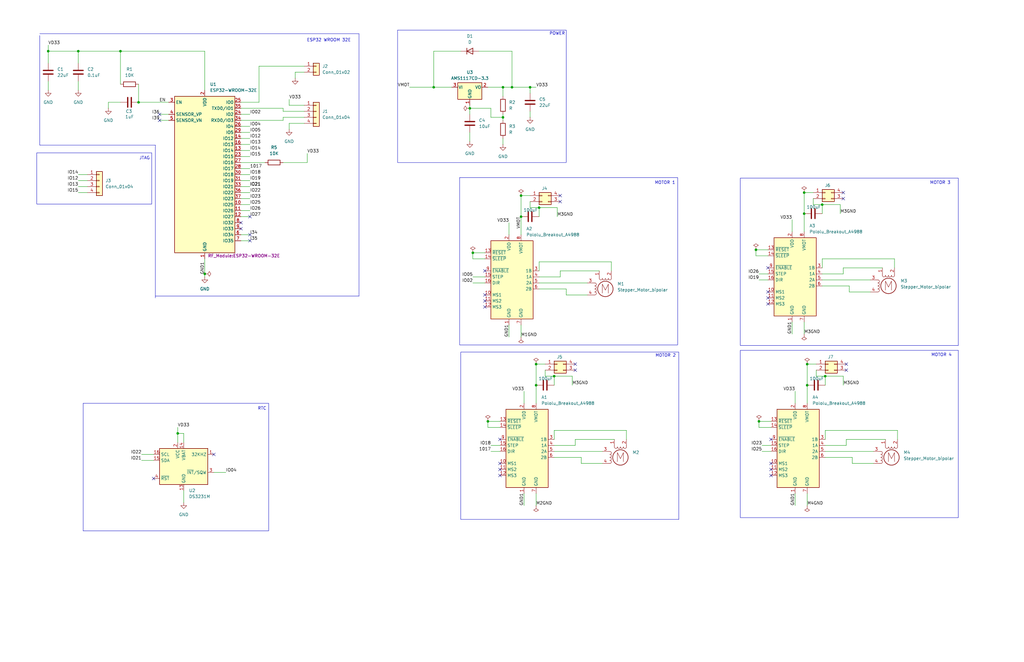
<source format=kicad_sch>
(kicad_sch (version 20231120) (generator "eeschema") (generator_version "8.0")
  (paper "B")
  (lib_symbols
    (symbol "Connector_Generic:Conn_01x02" (pin_names (offset 1.016) hide)
      (property "Reference" "J" (at 0 2.54 0))
      (property "Value" "Conn_01x02" (at 0 -5.08 0))
      (symbol "Conn_01x02_1_1"
        (rectangle (start -1.27 -2.413) (end 0 -2.667) (stroke (width 0.1524)))
        (rectangle (start -1.27 0.127) (end 0 -0.127) (stroke (width 0.1524)))
        (rectangle (start -1.27 1.27) (end 1.27 -3.81) (stroke (width 0.254)) (fill (type background)))
        (pin passive line (at -5.08 0 0) (length 3.81) (name "Pin_1") (number "1"))
        (pin passive line (at -5.08 -2.54 0) (length 3.81) (name "Pin_2") (number "2"))
      )
    )
    (symbol "Connector_Generic:Conn_01x04" (pin_names (offset 1.016) hide)
      (property "Reference" "J" (at 0 5.08 0))
      (property "Value" "Conn_01x04" (at 0 -7.62 0))
      (symbol "Conn_01x04_1_1"
        (rectangle (start -1.27 -4.953) (end 0 -5.207) (stroke (width 0.1524)))
        (rectangle (start -1.27 -2.413) (end 0 -2.667) (stroke (width 0.1524)))
        (rectangle (start -1.27 0.127) (end 0 -0.127) (stroke (width 0.1524)))
        (rectangle (start -1.27 2.667) (end 0 2.413) (stroke (width 0.1524)))
        (rectangle (start -1.27 3.81) (end 1.27 -6.35) (stroke (width 0.254)) (fill (type background)))
        (pin passive line (at -5.08 2.54 0) (length 3.81) (name "Pin_1") (number "1"))
        (pin passive line (at -5.08 0 0) (length 3.81) (name "Pin_2") (number "2"))
        (pin passive line (at -5.08 -2.54 0) (length 3.81) (name "Pin_3") (number "3"))
        (pin passive line (at -5.08 -5.08 0) (length 3.81) (name "Pin_4") (number "4"))
      )
    )
    (symbol "Connector_Generic:Conn_02x02_Counter_Clockwise" (pin_names (offset 1.016) hide)
      (property "Reference" "J" (at 1.27 2.54 0))
      (property "Value" "Conn_02x02_Counter_Clockwise" (at 1.27 -5.08 0))
      (symbol "Conn_02x02_Counter_Clockwise_1_1"
        (rectangle (start -1.27 -2.413) (end 0 -2.667) (stroke (width 0.1524)))
        (rectangle (start -1.27 0.127) (end 0 -0.127) (stroke (width 0.1524)))
        (rectangle (start -1.27 1.27) (end 3.81 -3.81) (stroke (width 0.254)) (fill (type background)))
        (rectangle (start 3.81 -2.413) (end 2.54 -2.667) (stroke (width 0.1524)))
        (rectangle (start 3.81 0.127) (end 2.54 -0.127) (stroke (width 0.1524)))
        (pin passive line (at -5.08 0 0) (length 3.81) (name "Pin_1") (number "1"))
        (pin passive line (at -5.08 -2.54 0) (length 3.81) (name "Pin_2") (number "2"))
        (pin passive line (at 7.62 -2.54 180) (length 3.81) (name "Pin_3") (number "3"))
        (pin passive line (at 7.62 0 180) (length 3.81) (name "Pin_4") (number "4"))
      )
    )
    (symbol "Device:C" (pin_numbers hide) (pin_names (offset 0.254))
      (property "Reference" "C" (at 0.635 2.54 0))
      (property "Value" "C" (at 0.635 -2.54 0))
      (symbol "C_0_1"
        (polyline (pts (xy -2.032 -0.762) (xy 2.032 -0.762)) (stroke (width 0.508)))
        (polyline (pts (xy -2.032 0.762) (xy 2.032 0.762)) (stroke (width 0.508)))
      )
      (symbol "C_1_1"
        (pin passive line (at 0 3.81 270) (length 2.794) (name "~") (number "1"))
        (pin passive line (at 0 -3.81 90) (length 2.794) (name "~") (number "2"))
      )
    )
    (symbol "Device:D" (pin_numbers hide) (pin_names (offset 1.016) hide)
      (property "Reference" "D" (at 0 2.54 0))
      (property "Value" "D" (at 0 -2.54 0))
      (symbol "D_0_1"
        (polyline (pts (xy -1.27 1.27) (xy -1.27 -1.27)) (stroke (width 0.254)))
        (polyline (pts (xy 1.27 0) (xy -1.27 0)))
        (polyline (pts (xy 1.27 1.27) (xy 1.27 -1.27) (xy -1.27 0) (xy 1.27 1.27)) (stroke (width 0.254)))
      )
      (symbol "D_1_1"
        (pin passive line (at -3.81 0 0) (length 2.54) (name "K") (number "1"))
        (pin passive line (at 3.81 0 180) (length 2.54) (name "A") (number "2"))
      )
    )
    (symbol "Device:R" (pin_numbers hide) (pin_names (offset 0))
      (property "Reference" "R" (at 2.032 0 90))
      (property "Value" "R" (at 0 0 90))
      (symbol "R_0_1"
        (rectangle (start -1.016 -2.54) (end 1.016 2.54) (stroke (width 0.254)))
      )
      (symbol "R_1_1"
        (pin passive line (at 0 3.81 270) (length 1.27) (name "~") (number "1"))
        (pin passive line (at 0 -3.81 90) (length 1.27) (name "~") (number "2"))
      )
    )
    (symbol "Driver_Motor:Pololu_Breakout_A4988"
      (property "Reference" "A" (at -2.54 19.05 0))
      (property "Value" "Pololu_Breakout_A4988" (at -2.54 16.51 0))
      (symbol "Pololu_Breakout_A4988_0_1"
        (rectangle (start 10.16 -17.78) (end -7.62 15.24) (stroke (width 0.254)) (fill (type background)))
      )
      (symbol "Pololu_Breakout_A4988_1_1"
        (pin power_in line (at 0 -20.32 90) (length 2.54) (name "GND") (number "1"))
        (pin input line (at -10.16 -7.62 0) (length 2.54) (name "MS1") (number "10"))
        (pin input line (at -10.16 -10.16 0) (length 2.54) (name "MS2") (number "11"))
        (pin input line (at -10.16 -12.7 0) (length 2.54) (name "MS3") (number "12"))
        (pin input line (at -10.16 10.16 0) (length 2.54) (name "~{RESET}") (number "13"))
        (pin input line (at -10.16 7.62 0) (length 2.54) (name "~{SLEEP}") (number "14"))
        (pin input line (at -10.16 0 0) (length 2.54) (name "STEP") (number "15"))
        (pin input line (at -10.16 -2.54 0) (length 2.54) (name "DIR") (number "16"))
        (pin power_in line (at 0 17.78 270) (length 2.54) (name "VDD") (number "2"))
        (pin output line (at 12.7 2.54 180) (length 2.54) (name "1B") (number "3"))
        (pin output line (at 12.7 0 180) (length 2.54) (name "1A") (number "4"))
        (pin output line (at 12.7 -2.54 180) (length 2.54) (name "2A") (number "5"))
        (pin output line (at 12.7 -5.08 180) (length 2.54) (name "2B") (number "6"))
        (pin power_in line (at 5.08 -20.32 90) (length 2.54) (name "GND") (number "7"))
        (pin power_in line (at 5.08 17.78 270) (length 2.54) (name "VMOT") (number "8"))
        (pin input line (at -10.16 2.54 0) (length 2.54) (name "~{ENABLE}") (number "9"))
      )
    )
    (symbol "Motor:Stepper_Motor_bipolar" (pin_names (offset 0) hide)
      (property "Reference" "M" (at 3.81 2.54 0))
      (property "Value" "Stepper_Motor_bipolar" (at 3.81 1.27 0))
      (symbol "Stepper_Motor_bipolar_0_0"
        (polyline (pts (xy -1.27 -1.778) (xy -1.27 2.032) (xy 0 -0.508) (xy 1.27 2.032) (xy 1.27 -1.778)))
      )
      (symbol "Stepper_Motor_bipolar_0_1"
        (arc (start -4.445 -2.54) (mid -3.8127 -1.905) (end -4.445 -1.27))
        (arc (start -4.445 -1.27) (mid -3.8127 -0.635) (end -4.445 0))
        (arc (start -4.445 0) (mid -3.8127 0.635) (end -4.445 1.27))
        (arc (start -4.445 1.27) (mid -3.8127 1.905) (end -4.445 2.54))
        (arc (start -2.54 4.445) (mid -1.905 3.8127) (end -1.27 4.445))
        (arc (start -1.27 4.445) (mid -0.635 3.8127) (end 0 4.445))
        (polyline (pts (xy -5.08 -2.54) (xy -4.445 -2.54)))
        (polyline (pts (xy -5.08 2.54) (xy -4.445 2.54)))
        (polyline (pts (xy -2.54 5.08) (xy -2.54 4.445)))
        (polyline (pts (xy 2.54 5.08) (xy 2.54 4.445)))
        (circle (center 0 0) (radius 3.2512) (stroke (width 0.254)))
        (arc (start 0 4.445) (mid 0.635 3.8127) (end 1.27 4.445))
        (arc (start 1.27 4.445) (mid 1.905 3.8127) (end 2.54 4.445))
      )
      (symbol "Stepper_Motor_bipolar_1_1"
        (pin passive line (at -2.54 7.62 270) (length 2.54) (name "~") (number "1"))
        (pin passive line (at 2.54 7.62 270) (length 2.54) (name "-") (number "2"))
        (pin passive line (at -7.62 2.54 0) (length 2.54) (name "~") (number "3"))
        (pin passive line (at -7.62 -2.54 0) (length 2.54) (name "~") (number "4"))
      )
    )
    (symbol "RF_Module:ESP32-WROOM-32E"
      (property "Reference" "U" (at -12.7 34.29 0))
      (property "Value" "ESP32-WROOM-32E" (at 1.27 34.29 0))
      (symbol "ESP32-WROOM-32E_0_1"
        (rectangle (start -12.7 33.02) (end 12.7 -33.02) (stroke (width 0.254)) (fill (type background)))
      )
      (symbol "ESP32-WROOM-32E_1_1"
        (pin power_in line (at 0 -35.56 90) (length 2.54) (name "GND") (number "1"))
        (pin bidirectional line (at 15.24 -12.7 180) (length 2.54) (name "IO25") (number "10"))
        (pin bidirectional line (at 15.24 -15.24 180) (length 2.54) (name "IO26") (number "11"))
        (pin bidirectional line (at 15.24 -17.78 180) (length 2.54) (name "IO27") (number "12"))
        (pin bidirectional line (at 15.24 10.16 180) (length 2.54) (name "IO14") (number "13"))
        (pin bidirectional line (at 15.24 15.24 180) (length 2.54) (name "IO12") (number "14"))
        (pin passive line (at 0 -35.56 90) (length 2.54) hide (name "GND") (number "15"))
        (pin bidirectional line (at 15.24 12.7 180) (length 2.54) (name "IO13") (number "16"))
        (pin no_connect line (at -12.7 -5.08 0) (length 2.54) hide (name "NC") (number "17"))
        (pin no_connect line (at -12.7 -7.62 0) (length 2.54) hide (name "NC") (number "18"))
        (pin no_connect line (at -12.7 -12.7 0) (length 2.54) hide (name "NC") (number "19"))
        (pin power_in line (at 0 35.56 270) (length 2.54) (name "VDD") (number "2"))
        (pin no_connect line (at -12.7 -10.16 0) (length 2.54) hide (name "NC") (number "20"))
        (pin no_connect line (at -12.7 0 0) (length 2.54) hide (name "NC") (number "21"))
        (pin no_connect line (at -12.7 -2.54 0) (length 2.54) hide (name "NC") (number "22"))
        (pin bidirectional line (at 15.24 7.62 180) (length 2.54) (name "IO15") (number "23"))
        (pin bidirectional line (at 15.24 25.4 180) (length 2.54) (name "IO2") (number "24"))
        (pin bidirectional line (at 15.24 30.48 180) (length 2.54) (name "IO0") (number "25"))
        (pin bidirectional line (at 15.24 20.32 180) (length 2.54) (name "IO4") (number "26"))
        (pin bidirectional line (at 15.24 5.08 180) (length 2.54) (name "IO16") (number "27"))
        (pin bidirectional line (at 15.24 2.54 180) (length 2.54) (name "IO17") (number "28"))
        (pin bidirectional line (at 15.24 17.78 180) (length 2.54) (name "IO5") (number "29"))
        (pin input line (at -15.24 30.48 0) (length 2.54) (name "EN") (number "3"))
        (pin bidirectional line (at 15.24 0 180) (length 2.54) (name "IO18") (number "30"))
        (pin bidirectional line (at 15.24 -2.54 180) (length 2.54) (name "IO19") (number "31"))
        (pin no_connect line (at -12.7 -27.94 0) (length 2.54) hide (name "NC") (number "32"))
        (pin bidirectional line (at 15.24 -5.08 180) (length 2.54) (name "IO21") (number "33"))
        (pin bidirectional line (at 15.24 22.86 180) (length 2.54) (name "RXD0/IO3") (number "34"))
        (pin bidirectional line (at 15.24 27.94 180) (length 2.54) (name "TXD0/IO1") (number "35"))
        (pin bidirectional line (at 15.24 -7.62 180) (length 2.54) (name "IO22") (number "36"))
        (pin bidirectional line (at 15.24 -10.16 180) (length 2.54) (name "IO23") (number "37"))
        (pin passive line (at 0 -35.56 90) (length 2.54) hide (name "GND") (number "38"))
        (pin passive line (at 0 -35.56 90) (length 2.54) hide (name "GND") (number "39"))
        (pin input line (at -15.24 25.4 0) (length 2.54) (name "SENSOR_VP") (number "4"))
        (pin input line (at -15.24 22.86 0) (length 2.54) (name "SENSOR_VN") (number "5"))
        (pin input line (at 15.24 -25.4 180) (length 2.54) (name "IO34") (number "6"))
        (pin input line (at 15.24 -27.94 180) (length 2.54) (name "IO35") (number "7"))
        (pin bidirectional line (at 15.24 -20.32 180) (length 2.54) (name "IO32") (number "8"))
        (pin bidirectional line (at 15.24 -22.86 180) (length 2.54) (name "IO33") (number "9"))
      )
    )
    (symbol "Regulator_Linear:AMS1117CD-3.3" (pin_names (offset 0.254))
      (property "Reference" "U" (at -3.81 3.175 0))
      (property "Value" "AMS1117CD-3.3" (at 0 3.175 0))
      (symbol "AMS1117CD-3.3_0_1"
        (rectangle (start -5.08 -5.08) (end 5.08 1.905) (stroke (width 0.254)) (fill (type background)))
      )
      (symbol "AMS1117CD-3.3_1_1"
        (pin power_in line (at 0 -7.62 90) (length 2.54) (name "GND") (number "1"))
        (pin power_out line (at 7.62 0 180) (length 2.54) (name "VO") (number "2"))
        (pin power_in line (at -7.62 0 0) (length 2.54) (name "VI") (number "3"))
      )
    )
    (symbol "Timer_RTC:DS3231M"
      (property "Reference" "U" (at -7.62 8.89 0))
      (property "Value" "DS3231M" (at 10.16 8.89 0))
      (symbol "DS3231M_0_1"
        (rectangle (start -10.16 7.62) (end 10.16 -7.62) (stroke (width 0.254)) (fill (type background)))
      )
      (symbol "DS3231M_1_1"
        (pin open_collector line (at 12.7 5.08 180) (length 2.54) (name "32KHZ") (number "1"))
        (pin passive line (at 0 -10.16 90) (length 2.54) hide (name "GND") (number "10"))
        (pin passive line (at 0 -10.16 90) (length 2.54) hide (name "GND") (number "11"))
        (pin passive line (at 0 -10.16 90) (length 2.54) hide (name "GND") (number "12"))
        (pin power_in line (at 0 -10.16 90) (length 2.54) (name "GND") (number "13"))
        (pin power_in line (at 0 10.16 270) (length 2.54) (name "VBAT") (number "14"))
        (pin bidirectional line (at -12.7 2.54 0) (length 2.54) (name "SDA") (number "15"))
        (pin input line (at -12.7 5.08 0) (length 2.54) (name "SCL") (number "16"))
        (pin power_in line (at -2.54 10.16 270) (length 2.54) (name "VCC") (number "2"))
        (pin open_collector line (at 12.7 -2.54 180) (length 2.54) (name "~{INT}/SQW") (number "3"))
        (pin bidirectional line (at -12.7 -5.08 0) (length 2.54) (name "~{RST}") (number "4"))
        (pin passive line (at 0 -10.16 90) (length 2.54) hide (name "GND") (number "5"))
        (pin passive line (at 0 -10.16 90) (length 2.54) hide (name "GND") (number "6"))
        (pin passive line (at 0 -10.16 90) (length 2.54) hide (name "GND") (number "7"))
        (pin passive line (at 0 -10.16 90) (length 2.54) hide (name "GND") (number "8"))
        (pin passive line (at 0 -10.16 90) (length 2.54) hide (name "GND") (number "9"))
      )
    )
    (symbol "power:GND" (power) (pin_numbers hide) (pin_names (offset 0) hide)
      (property "Value" "GND" (at 0 -3.81 0))
      (symbol "GND_0_1"
        (polyline (pts (xy 0 0) (xy 0 -1.27) (xy 1.27 -1.27) (xy 0 -2.54) (xy -1.27 -1.27) (xy 0 -1.27)))
      )
      (symbol "GND_1_1"
        (pin power_in line (at 0 0 270) (length 0) (name "~") (number "1"))
      )
    )
    (symbol "power:PWR_FLAG" (power) (pin_numbers hide) (pin_names (offset 0) hide)
      (property "Value" "PWR_FLAG" (at 0 3.81 0))
      (symbol "PWR_FLAG_0_0"
        (pin power_out line (at 0 0 90) (length 0) (name "~") (number "1"))
      )
      (symbol "PWR_FLAG_0_1"
        (polyline (pts (xy 0 0) (xy 0 1.27) (xy -1.016 1.905) (xy 0 2.54) (xy 1.016 1.905) (xy 0 1.27)))
      )
    )
  )
  (junction (at 199.39 106.68))
  (junction (at 50.8 21.59))
  (junction (at 20.32 21.59))
  (junction (at 215.9 36.83))
  (junction (at 226.06 153.67))
  (junction (at 212.09 36.83))
  (junction (at 58.42 43.18))
  (junction (at 340.36 162.56))
  (junction (at 233.68 158.75))
  (junction (at 219.71 82.55))
  (junction (at 198.12 45.72))
  (junction (at 205.74 177.8))
  (junction (at 33.02 21.59))
  (junction (at 347.98 158.75))
  (junction (at 318.77 105.41))
  (junction (at 346.71 86.36))
  (junction (at 226.06 162.56))
  (junction (at 340.36 153.67))
  (junction (at 223.52 36.83))
  (junction (at 339.09 81.28))
  (junction (at 74.93 182.88))
  (junction (at 212.09 49.53))
  (junction (at 320.04 177.8))
  (junction (at 182.88 36.83))
  (junction (at 219.71 91.44))
  (junction (at 339.09 90.17))
  (junction (at 227.33 87.63))
  (junction (at 86.36 115.57))
  (no_connect (at 355.6 83.82))
  (no_connect (at 67.31 50.8))
  (no_connect (at 356.87 153.67))
  (no_connect (at 323.85 113.03))
  (no_connect (at 325.12 195.58))
  (no_connect (at 105.41 91.44))
  (no_connect (at 325.12 198.12))
  (no_connect (at 204.47 114.3))
  (no_connect (at 210.82 185.42))
  (no_connect (at 323.85 125.73))
  (no_connect (at 204.47 127))
  (no_connect (at 105.41 99.06))
  (no_connect (at 236.22 85.09))
  (no_connect (at 325.12 200.66))
  (no_connect (at 323.85 128.27))
  (no_connect (at 64.77 201.93))
  (no_connect (at 210.82 200.66))
  (no_connect (at 90.17 191.77))
  (no_connect (at 242.57 156.21))
  (no_connect (at 236.22 82.55))
  (no_connect (at 323.85 123.19))
  (no_connect (at 210.82 195.58))
  (no_connect (at 204.47 129.54))
  (no_connect (at 204.47 124.46))
  (no_connect (at 101.6 93.98))
  (no_connect (at 105.41 101.6))
  (no_connect (at 242.57 153.67))
  (no_connect (at 101.6 96.52))
  (no_connect (at 67.31 48.26))
  (no_connect (at 325.12 185.42))
  (no_connect (at 355.6 81.28))
  (no_connect (at 210.82 198.12))
  (no_connect (at 356.87 156.21))
  (wire (pts (xy 74.93 180.34) (xy 74.93 182.88)))
  (wire (pts (xy 198.12 44.45) (xy 198.12 45.72)))
  (wire (pts (xy 339.09 135.89) (xy 339.09 140.97)))
  (wire (pts (xy 233.68 187.96) (xy 242.57 187.96)))
  (wire (pts (xy 86.36 109.22) (xy 86.36 115.57)))
  (wire (pts (xy 346.71 118.11) (xy 367.03 118.11)))
  (wire (pts (xy 223.52 36.83) (xy 223.52 39.37)))
  (wire (pts (xy 201.93 21.59) (xy 215.9 21.59)))
  (wire (pts (xy 182.88 36.83) (xy 190.5 36.83)))
  (wire (pts (xy 233.68 158.75) (xy 233.68 162.56)))
  (wire (pts (xy 199.39 119.38) (xy 204.47 119.38)))
  (wire (pts (xy 212.09 36.83) (xy 215.9 36.83)))
  (wire (pts (xy 318.77 105.41) (xy 323.85 105.41)))
  (wire (pts (xy 334.01 92.71) (xy 334.01 97.79)))
  (wire (pts (xy 356.87 185.42) (xy 373.38 185.42)))
  (wire (pts (xy 236.22 114.3) (xy 252.73 114.3)))
  (wire (pts (xy 325.12 180.34) (xy 320.04 180.34)))
  (wire (pts (xy 129.54 64.77) (xy 129.54 68.58)))
  (wire (pts (xy 346.71 120.65) (xy 358.14 120.65)))
  (wire (pts (xy 101.6 63.5) (xy 105.41 63.5)))
  (wire (pts (xy 119.38 49.53) (xy 119.38 50.8)))
  (wire (pts (xy 33.02 34.29) (xy 33.02 38.1)))
  (wire (pts (xy 227.33 87.63) (xy 227.33 91.44)))
  (wire (pts (xy 346.71 86.36) (xy 346.71 90.17)))
  (wire (pts (xy 347.98 193.04) (xy 359.41 193.04)))
  (wire (pts (xy 233.68 193.04) (xy 245.11 193.04)))
  (wire (pts (xy 340.36 170.18) (xy 340.36 162.56)))
  (wire (pts (xy 124.46 30.48) (xy 124.46 33.02)))
  (wire (pts (xy 33.02 21.59) (xy 33.02 26.67)))
  (wire (pts (xy 36.83 78.74) (xy 33.02 78.74)))
  (wire (pts (xy 121.92 41.91) (xy 121.92 44.45)))
  (wire (pts (xy 325.12 190.5) (xy 321.31 190.5)))
  (wire (pts (xy 346.71 115.57) (xy 355.6 115.57)))
  (wire (pts (xy 205.74 36.83) (xy 212.09 36.83)))
  (wire (pts (xy 212.09 49.53) (xy 212.09 50.8)))
  (wire (pts (xy 233.68 158.75) (xy 241.3 158.75)))
  (polyline (pts (xy 16.764 61.214) (xy 16.764 14.986)))
  (wire (pts (xy 227.33 119.38) (xy 247.65 119.38)))
  (wire (pts (xy 356.87 187.96) (xy 356.87 185.42)))
  (wire (pts (xy 210.82 190.5) (xy 207.01 190.5)))
  (wire (pts (xy 339.09 97.79) (xy 339.09 90.17)))
  (wire (pts (xy 229.87 158.75) (xy 233.68 158.75)))
  (wire (pts (xy 233.68 190.5) (xy 254 190.5)))
  (wire (pts (xy 198.12 45.72) (xy 207.01 45.72)))
  (polyline (pts (xy 151.384 124.968) (xy 65.532 124.968)))
  (wire (pts (xy 355.6 115.57) (xy 355.6 113.03)))
  (wire (pts (xy 194.31 21.59) (xy 182.88 21.59)))
  (wire (pts (xy 101.6 73.66) (xy 105.41 73.66)))
  (wire (pts (xy 320.04 180.34) (xy 320.04 177.8)))
  (wire (pts (xy 223.52 87.63) (xy 227.33 87.63)))
  (wire (pts (xy 101.6 53.34) (xy 105.41 53.34)))
  (wire (pts (xy 323.85 118.11) (xy 320.04 118.11)))
  (wire (pts (xy 20.32 34.29) (xy 20.32 38.1)))
  (wire (pts (xy 347.98 158.75) (xy 355.6 158.75)))
  (wire (pts (xy 59.69 194.31) (xy 64.77 194.31)))
  (wire (pts (xy 214.63 137.16) (xy 214.63 142.24)))
  (wire (pts (xy 58.42 35.56) (xy 58.42 43.18)))
  (wire (pts (xy 238.76 121.92) (xy 238.76 124.46)))
  (wire (pts (xy 210.82 187.96) (xy 207.01 187.96)))
  (wire (pts (xy 182.88 21.59) (xy 182.88 36.83)))
  (wire (pts (xy 325.12 187.96) (xy 321.31 187.96)))
  (wire (pts (xy 124.46 30.48) (xy 128.27 30.48)))
  (wire (pts (xy 101.6 48.26) (xy 105.41 48.26)))
  (wire (pts (xy 119.38 45.72) (xy 119.38 46.99)))
  (wire (pts (xy 220.98 165.1) (xy 220.98 170.18)))
  (wire (pts (xy 226.06 162.56) (xy 226.06 153.67)))
  (wire (pts (xy 334.01 135.89) (xy 334.01 140.97)))
  (wire (pts (xy 219.71 91.44) (xy 219.71 82.55)))
  (wire (pts (xy 347.98 158.75) (xy 347.98 162.56)))
  (wire (pts (xy 227.33 116.84) (xy 236.22 116.84)))
  (wire (pts (xy 342.9 83.82) (xy 342.9 86.36)))
  (wire (pts (xy 205.74 180.34) (xy 205.74 177.8)))
  (wire (pts (xy 204.47 109.22) (xy 199.39 109.22)))
  (wire (pts (xy 20.32 21.59) (xy 20.32 26.67)))
  (wire (pts (xy 344.17 158.75) (xy 347.98 158.75)))
  (wire (pts (xy 198.12 55.88) (xy 198.12 59.69)))
  (wire (pts (xy 109.22 43.18) (xy 101.6 43.18)))
  (wire (pts (xy 323.85 107.95) (xy 318.77 107.95)))
  (wire (pts (xy 323.85 115.57) (xy 320.04 115.57)))
  (wire (pts (xy 101.6 76.2) (xy 105.41 76.2)))
  (wire (pts (xy 77.47 207.01) (xy 77.47 212.09)))
  (wire (pts (xy 245.11 195.58) (xy 254 195.58)))
  (wire (pts (xy 241.3 158.75) (xy 241.3 162.56)))
  (wire (pts (xy 335.28 208.28) (xy 335.28 213.36)))
  (wire (pts (xy 223.52 36.83) (xy 226.06 36.83)))
  (wire (pts (xy 59.69 191.77) (xy 64.77 191.77)))
  (wire (pts (xy 223.52 85.09) (xy 223.52 87.63)))
  (wire (pts (xy 226.06 208.28) (xy 226.06 213.36)))
  (wire (pts (xy 199.39 116.84) (xy 204.47 116.84)))
  (wire (pts (xy 101.6 45.72) (xy 119.38 45.72)))
  (wire (pts (xy 101.6 99.06) (xy 105.41 99.06)))
  (wire (pts (xy 346.71 113.03) (xy 346.71 109.22)))
  (wire (pts (xy 101.6 86.36) (xy 105.41 86.36)))
  (wire (pts (xy 340.36 162.56) (xy 340.36 153.67)))
  (wire (pts (xy 354.33 86.36) (xy 354.33 90.17)))
  (wire (pts (xy 33.02 21.59) (xy 20.32 21.59)))
  (wire (pts (xy 101.6 60.96) (xy 105.41 60.96)))
  (wire (pts (xy 207.01 49.53) (xy 212.09 49.53)))
  (wire (pts (xy 215.9 36.83) (xy 223.52 36.83)))
  (wire (pts (xy 358.14 123.19) (xy 367.03 123.19)))
  (wire (pts (xy 320.04 177.8) (xy 325.12 177.8)))
  (wire (pts (xy 227.33 121.92) (xy 238.76 121.92)))
  (wire (pts (xy 242.57 187.96) (xy 242.57 185.42)))
  (wire (pts (xy 347.98 185.42) (xy 347.98 181.61)))
  (wire (pts (xy 101.6 88.9) (xy 105.41 88.9)))
  (wire (pts (xy 257.81 110.49) (xy 257.81 114.3)))
  (polyline (pts (xy 16.764 61.214) (xy 17.018 61.214)))
  (wire (pts (xy 20.32 19.05) (xy 20.32 21.59)))
  (wire (pts (xy 67.31 48.26) (xy 71.12 48.26)))
  (wire (pts (xy 36.83 81.28) (xy 33.02 81.28)))
  (wire (pts (xy 346.71 86.36) (xy 354.33 86.36)))
  (wire (pts (xy 340.36 208.28) (xy 340.36 213.36)))
  (wire (pts (xy 212.09 58.42) (xy 212.09 60.96)))
  (wire (pts (xy 226.06 153.67) (xy 229.87 153.67)))
  (wire (pts (xy 227.33 110.49) (xy 257.81 110.49)))
  (wire (pts (xy 101.6 58.42) (xy 105.41 58.42)))
  (wire (pts (xy 101.6 83.82) (xy 105.41 83.82)))
  (wire (pts (xy 86.36 115.57) (xy 86.36 116.84)))
  (wire (pts (xy 128.27 52.07) (xy 121.92 52.07)))
  (polyline (pts (xy 151.384 14.224) (xy 151.384 124.968)))
  (wire (pts (xy 101.6 66.04) (xy 105.41 66.04)))
  (wire (pts (xy 245.11 193.04) (xy 245.11 195.58)))
  (wire (pts (xy 199.39 109.22) (xy 199.39 106.68)))
  (wire (pts (xy 339.09 90.17) (xy 339.09 81.28)))
  (wire (pts (xy 33.02 21.59) (xy 50.8 21.59)))
  (wire (pts (xy 207.01 45.72) (xy 207.01 49.53)))
  (wire (pts (xy 229.87 156.21) (xy 229.87 158.75)))
  (wire (pts (xy 355.6 158.75) (xy 355.6 162.56)))
  (wire (pts (xy 318.77 107.95) (xy 318.77 105.41)))
  (wire (pts (xy 101.6 68.58) (xy 111.76 68.58)))
  (wire (pts (xy 45.72 45.72) (xy 45.72 43.18)))
  (polyline (pts (xy 17.018 61.214) (xy 65.532 61.214)))
  (polyline (pts (xy 65.532 125.73) (xy 65.532 61.214)))
  (wire (pts (xy 212.09 48.26) (xy 212.09 49.53)))
  (wire (pts (xy 212.09 36.83) (xy 212.09 40.64)))
  (wire (pts (xy 233.68 185.42) (xy 233.68 181.61)))
  (wire (pts (xy 227.33 114.3) (xy 227.33 110.49)))
  (wire (pts (xy 101.6 55.88) (xy 105.41 55.88)))
  (wire (pts (xy 119.38 68.58) (xy 129.54 68.58)))
  (wire (pts (xy 50.8 21.59) (xy 86.36 21.59)))
  (wire (pts (xy 242.57 185.42) (xy 259.08 185.42)))
  (wire (pts (xy 101.6 71.12) (xy 105.41 71.12)))
  (wire (pts (xy 45.72 43.18) (xy 50.8 43.18)))
  (wire (pts (xy 347.98 190.5) (xy 368.3 190.5)))
  (wire (pts (xy 50.8 35.56) (xy 50.8 21.59)))
  (wire (pts (xy 355.6 113.03) (xy 372.11 113.03)))
  (wire (pts (xy 210.82 180.34) (xy 205.74 180.34)))
  (wire (pts (xy 234.95 87.63) (xy 234.95 91.44)))
  (wire (pts (xy 121.92 52.07) (xy 121.92 54.61)))
  (wire (pts (xy 101.6 81.28) (xy 105.41 81.28)))
  (wire (pts (xy 264.16 181.61) (xy 264.16 185.42)))
  (wire (pts (xy 226.06 170.18) (xy 226.06 162.56)))
  (wire (pts (xy 220.98 208.28) (xy 220.98 213.36)))
  (wire (pts (xy 227.33 87.63) (xy 234.95 87.63)))
  (wire (pts (xy 77.47 182.88) (xy 77.47 186.69)))
  (wire (pts (xy 205.74 177.8) (xy 210.82 177.8)))
  (wire (pts (xy 347.98 187.96) (xy 356.87 187.96)))
  (wire (pts (xy 377.19 109.22) (xy 377.19 113.03)))
  (wire (pts (xy 340.36 153.67) (xy 344.17 153.67)))
  (wire (pts (xy 67.31 50.8) (xy 71.12 50.8)))
  (wire (pts (xy 344.17 156.21) (xy 344.17 158.75)))
  (wire (pts (xy 128.27 44.45) (xy 121.92 44.45)))
  (wire (pts (xy 219.71 82.55) (xy 223.52 82.55)))
  (wire (pts (xy 214.63 93.98) (xy 214.63 99.06)))
  (polyline (pts (xy 16.764 14.224) (xy 151.384 14.224)))
  (wire (pts (xy 233.68 181.61) (xy 264.16 181.61)))
  (wire (pts (xy 86.36 38.1) (xy 86.36 21.59)))
  (wire (pts (xy 58.42 43.18) (xy 71.12 43.18)))
  (wire (pts (xy 90.17 199.39) (xy 95.25 199.39)))
  (wire (pts (xy 339.09 81.28) (xy 342.9 81.28)))
  (wire (pts (xy 238.76 124.46) (xy 247.65 124.46)))
  (wire (pts (xy 74.93 182.88) (xy 74.93 186.69)))
  (wire (pts (xy 128.27 27.94) (xy 109.22 27.94)))
  (wire (pts (xy 101.6 50.8) (xy 119.38 50.8)))
  (wire (pts (xy 359.41 193.04) (xy 359.41 195.58)))
  (wire (pts (xy 36.83 76.2) (xy 33.02 76.2)))
  (wire (pts (xy 236.22 116.84) (xy 236.22 114.3)))
  (wire (pts (xy 378.46 181.61) (xy 378.46 185.42)))
  (wire (pts (xy 74.93 182.88) (xy 77.47 182.88)))
  (wire (pts (xy 36.83 73.66) (xy 33.02 73.66)))
  (wire (pts (xy 215.9 21.59) (xy 215.9 36.83)))
  (wire (pts (xy 101.6 78.74) (xy 105.41 78.74)))
  (wire (pts (xy 347.98 181.61) (xy 378.46 181.61)))
  (wire (pts (xy 101.6 101.6) (xy 105.41 101.6)))
  (wire (pts (xy 223.52 46.99) (xy 223.52 49.53)))
  (wire (pts (xy 199.39 106.68) (xy 204.47 106.68)))
  (wire (pts (xy 219.71 99.06) (xy 219.71 91.44)))
  (wire (pts (xy 359.41 195.58) (xy 368.3 195.58)))
  (wire (pts (xy 128.27 49.53) (xy 119.38 49.53)))
  (wire (pts (xy 346.71 109.22) (xy 377.19 109.22)))
  (wire (pts (xy 219.71 137.16) (xy 219.71 142.24)))
  (wire (pts (xy 119.38 46.99) (xy 128.27 46.99)))
  (wire (pts (xy 342.9 86.36) (xy 346.71 86.36)))
  (wire (pts (xy 101.6 91.44) (xy 105.41 91.44)))
  (wire (pts (xy 358.14 120.65) (xy 358.14 123.19)))
  (wire (pts (xy 198.12 45.72) (xy 198.12 48.26)))
  (wire (pts (xy 172.72 36.83) (xy 182.88 36.83)))
  (wire (pts (xy 335.28 165.1) (xy 335.28 170.18)))
  (wire (pts (xy 109.22 27.94) (xy 109.22 43.18)))
  (rectangle (start 312.166 147.828) (end 404.114 218.44))
  (rectangle (start 193.802 74.93) (end 285.75 145.542))
  (rectangle (start 167.64 12.7) (end 238.76 68.58))
  (rectangle (start 15.494 64.516) (end 64.008 86.106))
  (rectangle (start 312.166 75.184) (end 404.114 145.796))
  (rectangle (start 194.31 148.59) (end 286.258 219.202))
  (rectangle (start 35.052 170.18) (end 113.284 224.028))
  (text "MOTOR 1\n" (at 280.416 77.216 0) (effects (font (size 1.27 1.27))))
  (text "MOTOR 2\n\n" (at 280.67 151.13 0) (effects (font (size 1.27 1.27))))
  (text "MOTOR 4\n\n" (at 397.002 150.876 0) (effects (font (size 1.27 1.27))))
  (text "ESP32 WROOM 32E\n" (at 138.684 17.018 0) (effects (font (size 1.27 1.27))))
  (text "POWER\n" (at 234.95 14.224 0) (effects (font (size 1.27 1.27))))
  (text "RTC\n" (at 110.49 172.466 0) (effects (font (size 1.27 1.27))))
  (text "JTAG" (at 60.96 66.802 0) (effects (font (size 1.27 1.27))))
  (text "MOTOR 3\n\n" (at 396.494 78.232 0) (effects (font (size 1.27 1.27))))
  (label "IO21" (at 105.41 78.74 0))
  (label "M4GND" (at 340.36 213.36 0))
  (label "IO23" (at 105.41 83.82 0))
  (label "VMOT" (at 172.72 36.83 180))
  (label "M3GND" (at 241.3 162.56 0))
  (label "M1GND" (at 219.71 142.24 0))
  (label "M3GND" (at 234.95 91.44 0))
  (label "M3GND" (at 354.33 90.17 0))
  (label "VD33" (at 20.32 19.05 0))
  (label "IO26" (at 320.04 115.57 180))
  (label "IO04" (at 95.25 199.39 0))
  (label "IO02" (at 199.39 119.38 180))
  (label "VD33" (at 129.54 64.77 0))
  (label "I35" (at 105.41 101.6 0))
  (label "IO23" (at 321.31 187.96 180))
  (label "IO26" (at 105.41 88.9 0))
  (label "1017" (at 207.01 190.5 180))
  (label "IO05" (at 199.39 116.84 180))
  (label "GND1" (at 334.01 140.97 90))
  (label "IO19" (at 320.04 118.11 180))
  (label "IO18" (at 207.01 187.96 180))
  (label "IO21" (at 105.41 78.74 0))
  (label "IO19" (at 105.41 76.2 0))
  (label "VD33" (at 226.06 36.83 0))
  (label "M2GND" (at 226.06 213.36 0))
  (label "IO15" (at 105.41 66.04 0))
  (label "M3GND" (at 339.09 140.97 0))
  (label "IO04" (at 105.41 53.34 0))
  (label "I34" (at 105.41 99.06 0))
  (label "IO12" (at 105.41 58.42 0))
  (label "I39" (at 67.31 50.8 180))
  (label "IO13" (at 105.41 60.96 0))
  (label "IO05" (at 105.41 55.88 0))
  (label "IO25" (at 105.41 86.36 0))
  (label "VMOT" (at 219.71 96.52 90))
  (label "IO14" (at 105.41 63.5 0))
  (label "EN" (at 69.85 43.18 180))
  (label "IO14" (at 33.02 73.66 180))
  (label "1017" (at 105.41 71.12 0))
  (label "VD33" (at 74.93 180.34 0))
  (label "GND1" (at 86.36 110.49 270))
  (label "IO12" (at 33.02 76.2 180))
  (label "M3GND" (at 355.6 162.56 0))
  (label "IO02" (at 105.41 48.26 0))
  (label "VD33" (at 214.63 93.98 180))
  (label "VD33" (at 335.28 165.1 180))
  (label "IO25" (at 321.31 190.5 180))
  (label "IO22" (at 59.69 191.77 180))
  (label "IO22" (at 105.41 81.28 0))
  (label "IO15" (at 33.02 81.28 180))
  (label "IO21" (at 59.69 194.31 180))
  (label "GND1" (at 214.63 142.24 90))
  (label "VD33" (at 334.01 92.71 180))
  (label "GND1" (at 335.28 213.36 90))
  (label "IO13" (at 33.02 78.74 180))
  (label "IO27" (at 105.41 91.44 0))
  (label "VD33" (at 121.92 41.91 0))
  (label "IO18" (at 105.41 73.66 0))
  (label "GND1" (at 220.98 213.36 90))
  (label "I36" (at 67.31 48.26 180))
  (label "VD33" (at 220.98 165.1 180))
  (symbol (lib_id "Motor:Stepper_Motor_bipolar") (at 374.65 120.65 0) (unit 1)
    (property "Reference" "M3" (at 379.73 118.529 0) (effects (justify left)))
    (property "Value" "Stepper_Motor_bipolar" (at 379.73 121.069 0) (effects (justify left)))
    (property "Footprint" "Connector_Molex:Molex_KK-254_AE-6410-04A_1x04_P2.54mm_Vertical" (effects (hide yes)))
    (property "Datasheet" "http://www.infineon.com/dgdl/Application-Note-TLE8110EE_driving_UniPolarStepperMotor_V1.1.pdf?fileId=db3a30431be39b97011be5d0aa0a00b0" (effects (hide yes)))
    (property "Description" "4-wire bipolar stepper motor" (effects (hide yes)))
  )
  (symbol (lib_id "Connector_Generic:Conn_01x04") (at 41.91 76.2 0) (unit 1)
    (property "Reference" "J3" (at 44.45 76.1999 0) (effects (justify left)))
    (property "Value" "Conn_01x04" (at 44.45 78.7399 0) (effects (justify left)))
    (property "Footprint" "Connector_PinHeader_2.54mm:PinHeader_1x04_P2.54mm_Horizontal" (effects (hide yes)))
    (property "Description" "Generic connector, single row, 01x04, script generated (kicad-library-utils/schlib/autogen/connector/)" (effects (hide yes)))
  )
  (symbol (lib_id "Motor:Stepper_Motor_bipolar") (at 255.27 121.92 0) (unit 1)
    (property "Reference" "M1" (at 260.35 119.799 0) (effects (justify left)))
    (property "Value" "Stepper_Motor_bipolar" (at 260.35 122.339 0) (effects (justify left)))
    (property "Footprint" "Connector_Molex:Molex_KK-254_AE-6410-04A_1x04_P2.54mm_Vertical" (effects (hide yes)))
    (property "Datasheet" "http://www.infineon.com/dgdl/Application-Note-TLE8110EE_driving_UniPolarStepperMotor_V1.1.pdf?fileId=db3a30431be39b97011be5d0aa0a00b0" (effects (hide yes)))
    (property "Description" "4-wire bipolar stepper motor" (effects (hide yes)))
  )
  (symbol (lib_id "power:PWR_FLAG") (at 205.74 177.8 0) (unit 1)
    (property "Reference" "#FLG011" (effects (hide yes)))
    (property "Value" "PWR_FLAG" (effects (hide yes)))
    (property "Description" "Special symbol for telling ERC where power comes from" (effects (hide yes)))
  )
  (symbol (lib_id "power:GND") (at 45.72 45.72 0) (unit 1)
    (property "Reference" "#PWR04" (effects (hide yes)))
    (property "Value" "GND" (at 45.72 50.8 0))
    (property "Description" "Power symbol creates a global label with name \"GND\" , ground" (effects (hide yes)))
  )
  (symbol (lib_id "Device:C") (at 54.61 43.18 90) (unit 1)
    (property "Reference" "C3" (at 54.356 46.99 90))
    (property "Value" "1uF" (at 54.61 49.276 90))
    (property "Footprint" "Capacitor_SMD:C_0805_2012Metric" (effects (hide yes)))
    (property "Description" "Unpolarized capacitor" (effects (hide yes)))
  )
  (symbol (lib_id "Driver_Motor:Pololu_Breakout_A4988") (at 220.98 187.96 0) (unit 1)
    (property "Reference" "A1" (at 228.2541 167.64 0) (effects (justify left)))
    (property "Value" "Pololu_Breakout_A4988" (at 228.2541 170.18 0) (effects (justify left)))
    (property "Footprint" "Module:Pololu_Breakout-16_15.2x20.3mm" (effects (hide yes)))
    (property "Datasheet" "https://www.pololu.com/product/2980/pictures" (effects (hide yes)))
    (property "Description" "Pololu Breakout Board, Stepper Driver A4988" (effects (hide yes)))
  )
  (symbol (lib_id "Connector_Generic:Conn_02x02_Counter_Clockwise") (at 347.98 81.28 0) (unit 1)
    (property "Reference" "J6" (at 348.996 78.232 0))
    (property "Value" "Conn_02x02_Counter_Clockwise" (effects (hide yes)))
    (property "Footprint" "Connector_PinHeader_2.54mm:PinHeader_2x02_P2.54mm_Horizontal" (effects (hide yes)))
    (property "Description" "Generic connector, double row, 02x02, counter clockwise pin numbering scheme (similar to DIP package numbering), script generated (kicad-library-utils/schlib/autogen/connector/)" (effects (hide yes)))
  )
  (symbol (lib_id "Device:C") (at 223.52 91.44 270) (unit 1)
    (property "Reference" "C8" (effects (hide yes)))
    (property "Value" "100uF" (at 223.774 88.646 90))
    (property "Footprint" "Capacitor_SMD:C_0805_2012Metric" (effects (hide yes)))
    (property "Description" "Unpolarized capacitor" (effects (hide yes)))
  )
  (symbol (lib_id "Timer_RTC:DS3231M") (at 77.47 196.85 0) (unit 1)
    (property "Reference" "U2" (at 79.6641 207.01 0) (effects (justify left)))
    (property "Value" "DS3231M" (at 79.6641 209.55 0) (effects (justify left)))
    (property "Footprint" "Package_SO:SOIC-16W_7.5x10.3mm_P1.27mm" (effects (hide yes)))
    (property "Datasheet" "http://datasheets.maximintegrated.com/en/ds/DS3231.pdf" (effects (hide yes)))
    (property "Description" "Extremely Accurate I2C-Integrated RTC/TCXO/Crystal SOIC-16" (effects (hide yes)))
  )
  (symbol (lib_id "power:GND") (at 124.46 33.02 0) (unit 1)
    (property "Reference" "#PWR08" (effects (hide yes)))
    (property "Value" "GND" (effects (hide yes)))
    (property "Description" "Power symbol creates a global label with name \"GND\" , ground" (effects (hide yes)))
  )
  (symbol (lib_id "Connector_Generic:Conn_01x04") (at 133.35 46.99 0) (unit 1)
    (property "Reference" "J1" (at 135.89 46.9899 0) (effects (justify left)))
    (property "Value" "Conn_01x04" (at 135.89 49.5299 0) (effects (justify left)))
    (property "Footprint" "Connector_PinHeader_2.54mm:PinHeader_1x04_P2.54mm_Horizontal" (effects (hide yes)))
    (property "Description" "Generic connector, single row, 01x04, script generated (kicad-library-utils/schlib/autogen/connector/)" (effects (hide yes)))
  )
  (symbol (lib_id "Motor:Stepper_Motor_bipolar") (at 375.92 193.04 0) (unit 1)
    (property "Reference" "M4" (at 381 190.919 0) (effects (justify left)))
    (property "Value" "Stepper_Motor_bipolar" (at 381 193.459 0) (effects (justify left)))
    (property "Footprint" "Connector_Molex:Molex_KK-254_AE-6410-04A_1x04_P2.54mm_Vertical" (effects (hide yes)))
    (property "Datasheet" "http://www.infineon.com/dgdl/Application-Note-TLE8110EE_driving_UniPolarStepperMotor_V1.1.pdf?fileId=db3a30431be39b97011be5d0aa0a00b0" (effects (hide yes)))
    (property "Description" "4-wire bipolar stepper motor" (effects (hide yes)))
  )
  (symbol (lib_id "Device:C") (at 344.17 162.56 270) (unit 1)
    (property "Reference" "C10" (effects (hide yes)))
    (property "Value" "100uF" (at 344.424 159.766 90))
    (property "Footprint" "Capacitor_SMD:C_0805_2012Metric" (effects (hide yes)))
    (property "Description" "Unpolarized capacitor" (effects (hide yes)))
  )
  (symbol (lib_id "power:GND") (at 86.36 116.84 0) (unit 1)
    (property "Reference" "#PWR01" (effects (hide yes)))
    (property "Value" "GND" (at 86.36 121.92 0))
    (property "Description" "Power symbol creates a global label with name \"GND\" , ground" (effects (hide yes)))
  )
  (symbol (lib_id "Device:D") (at 198.12 21.59 0) (unit 1)
    (property "Reference" "D1" (at 198.12 15.24 0))
    (property "Value" "D" (at 198.12 17.78 0))
    (property "Footprint" "Diode_SMD:D_0805_2012Metric" (effects (hide yes)))
    (property "Description" "Diode" (effects (hide yes)))
    (property "Sim.Device" "D" (effects (hide yes)))
    (property "Sim.Pins" "1=K 2=A" (effects (hide yes)))
  )
  (symbol (lib_id "Device:R") (at 115.57 68.58 90) (unit 1)
    (property "Reference" "R5" (at 115.57 62.23 90))
    (property "Value" "10K" (at 115.57 64.77 90))
    (property "Footprint" "Resistor_SMD:R_0805_2012Metric" (effects (hide yes)))
    (property "Description" "Resistor" (effects (hide yes)))
  )
  (symbol (lib_id "Connector_Generic:Conn_02x02_Counter_Clockwise") (at 349.25 153.67 0) (unit 1)
    (property "Reference" "J7" (at 350.266 150.622 0))
    (property "Value" "Conn_02x02_Counter_Clockwise" (effects (hide yes)))
    (property "Footprint" "Connector_PinHeader_2.54mm:PinHeader_2x02_P2.54mm_Horizontal" (effects (hide yes)))
    (property "Description" "Generic connector, double row, 02x02, counter clockwise pin numbering scheme (similar to DIP package numbering), script generated (kicad-library-utils/schlib/autogen/connector/)" (effects (hide yes)))
  )
  (symbol (lib_id "power:PWR_FLAG") (at 219.71 142.24 180) (unit 1)
    (property "Reference" "#FLG04" (effects (hide yes)))
    (property "Value" "PWR_FLAG" (effects (hide yes)))
    (property "Description" "Special symbol for telling ERC where power comes from" (effects (hide yes)))
  )
  (symbol (lib_id "Device:C") (at 20.32 30.48 0) (unit 1)
    (property "Reference" "C1" (at 24.13 29.2099 0) (effects (justify left)))
    (property "Value" "22uF" (at 24.13 31.7499 0) (effects (justify left)))
    (property "Footprint" "Capacitor_SMD:C_0805_2012Metric" (effects (hide yes)))
    (property "Description" "Unpolarized capacitor" (effects (hide yes)))
  )
  (symbol (lib_id "power:PWR_FLAG") (at 320.04 177.8 0) (unit 1)
    (property "Reference" "#FLG013" (effects (hide yes)))
    (property "Value" "PWR_FLAG" (effects (hide yes)))
    (property "Description" "Special symbol for telling ERC where power comes from" (effects (hide yes)))
  )
  (symbol (lib_id "power:GND") (at 223.52 49.53 0) (unit 1)
    (property "Reference" "#PWR09" (effects (hide yes)))
    (property "Value" "GND" (at 223.52 54.61 0))
    (property "Description" "Power symbol creates a global label with name \"GND\" , ground" (effects (hide yes)))
  )
  (symbol (lib_id "power:PWR_FLAG") (at 339.09 140.97 180) (unit 1)
    (property "Reference" "#FLG03" (effects (hide yes)))
    (property "Value" "PWR_FLAG" (effects (hide yes)))
    (property "Description" "Special symbol for telling ERC where power comes from" (effects (hide yes)))
  )
  (symbol (lib_id "power:PWR_FLAG") (at 198.12 45.72 90) (unit 1)
    (property "Reference" "#FLG014" (effects (hide yes)))
    (property "Value" "PWR_FLAG" (effects (hide yes)))
    (property "Description" "Special symbol for telling ERC where power comes from" (effects (hide yes)))
  )
  (symbol (lib_id "power:GND") (at 77.47 212.09 0) (unit 1)
    (property "Reference" "#PWR010" (effects (hide yes)))
    (property "Value" "GND" (at 77.47 217.17 0))
    (property "Description" "Power symbol creates a global label with name \"GND\" , ground" (effects (hide yes)))
  )
  (symbol (lib_id "power:PWR_FLAG") (at 86.36 115.57 270) (unit 1)
    (property "Reference" "#FLG01" (effects (hide yes)))
    (property "Value" "PWR_FLAG" (effects (hide yes)))
    (property "Description" "Special symbol for telling ERC where power comes from" (effects (hide yes)))
  )
  (symbol (lib_id "power:GND") (at 20.32 38.1 0) (unit 1)
    (property "Reference" "#PWR02" (effects (hide yes)))
    (property "Value" "GND" (at 20.32 43.18 0))
    (property "Description" "Power symbol creates a global label with name \"GND\" , ground" (effects (hide yes)))
  )
  (symbol (lib_id "Device:C") (at 198.12 52.07 0) (unit 1)
    (property "Reference" "C4" (at 201.93 50.7999 0) (effects (justify left)))
    (property "Value" "10uF" (at 201.93 53.3399 0) (effects (justify left)))
    (property "Footprint" "Capacitor_SMD:C_0805_2012Metric" (effects (hide yes)))
    (property "Description" "Unpolarized capacitor" (effects (hide yes)))
  )
  (symbol (lib_id "Driver_Motor:Pololu_Breakout_A4988") (at 335.28 187.96 0) (unit 1)
    (property "Reference" "A4" (at 342.5541 167.64 0) (effects (justify left)))
    (property "Value" "Pololu_Breakout_A4988" (at 342.5541 170.18 0) (effects (justify left)))
    (property "Footprint" "Module:Pololu_Breakout-16_15.2x20.3mm" (effects (hide yes)))
    (property "Datasheet" "https://www.pololu.com/product/2980/pictures" (effects (hide yes)))
    (property "Description" "Pololu Breakout Board, Stepper Driver A4988" (effects (hide yes)))
  )
  (symbol (lib_id "RF_Module:ESP32-WROOM-32E") (at 86.36 73.66 0) (unit 1)
    (property "Reference" "U1" (at 88.5541 35.56 0) (effects (justify left)))
    (property "Value" "ESP32-WROOM-32E" (at 88.5541 38.1 0) (effects (justify left)))
    (property "Footprint" "RF_Module:ESP32-WROOM-32E" (at 102.87 107.95 0))
    (property "Datasheet" "https://www.espressif.com/sites/default/files/documentation/esp32-wroom-32e_esp32-wroom-32ue_datasheet_en.pdf" (effects (hide yes)))
    (property "Description" "RF Module, ESP32-D0WD-V3 SoC, without PSRAM, Wi-Fi 802.11b/g/n, Bluetooth, BLE, 32-bit, 2.7-3.6V, onboard antenna, SMD" (effects (hide yes)))
  )
  (symbol (lib_id "Device:C") (at 229.87 162.56 270) (unit 1)
    (property "Reference" "C9" (effects (hide yes)))
    (property "Value" "100uF" (at 230.124 159.766 90))
    (property "Footprint" "Capacitor_SMD:C_0805_2012Metric" (effects (hide yes)))
    (property "Description" "Unpolarized capacitor" (effects (hide yes)))
  )
  (symbol (lib_id "power:PWR_FLAG") (at 340.36 153.67 0) (unit 1)
    (property "Reference" "#FLG07" (effects (hide yes)))
    (property "Value" "PWR_FLAG" (effects (hide yes)))
    (property "Description" "Special symbol for telling ERC where power comes from" (effects (hide yes)))
  )
  (symbol (lib_id "power:PWR_FLAG") (at 219.71 82.55 0) (unit 1)
    (property "Reference" "#FLG09" (effects (hide yes)))
    (property "Value" "PWR_FLAG" (effects (hide yes)))
    (property "Description" "Special symbol for telling ERC where power comes from" (effects (hide yes)))
  )
  (symbol (lib_id "Connector_Generic:Conn_01x02") (at 133.35 27.94 0) (unit 1)
    (property "Reference" "J2" (at 135.89 27.9399 0) (effects (justify left)))
    (property "Value" "Conn_01x02" (at 135.89 30.4799 0) (effects (justify left)))
    (property "Footprint" "Connector_PinHeader_2.54mm:PinHeader_1x02_P2.54mm_Horizontal" (effects (hide yes)))
    (property "Description" "Generic connector, single row, 01x02, script generated (kicad-library-utils/schlib/autogen/connector/)" (effects (hide yes)))
  )
  (symbol (lib_id "power:GND") (at 33.02 38.1 0) (unit 1)
    (property "Reference" "#PWR03" (effects (hide yes)))
    (property "Value" "GND" (at 33.02 43.18 0))
    (property "Description" "Power symbol creates a global label with name \"GND\" , ground" (effects (hide yes)))
  )
  (symbol (lib_id "Driver_Motor:Pololu_Breakout_A4988") (at 214.63 116.84 0) (unit 1)
    (property "Reference" "A2" (at 221.9041 96.52 0) (effects (justify left)))
    (property "Value" "Pololu_Breakout_A4988" (at 221.9041 99.06 0) (effects (justify left)))
    (property "Footprint" "Module:Pololu_Breakout-16_15.2x20.3mm" (effects (hide yes)))
    (property "Datasheet" "https://www.pololu.com/product/2980/pictures" (effects (hide yes)))
    (property "Description" "Pololu Breakout Board, Stepper Driver A4988" (effects (hide yes)))
  )
  (symbol (lib_id "Device:C") (at 342.9 90.17 270) (unit 1)
    (property "Reference" "C7" (effects (hide yes)))
    (property "Value" "100uF" (at 343.154 87.376 90))
    (property "Footprint" "Capacitor_SMD:C_0805_2012Metric" (effects (hide yes)))
    (property "Description" "Unpolarized capacitor" (effects (hide yes)))
  )
  (symbol (lib_id "Device:R") (at 212.09 44.45 0) (unit 1)
    (property "Reference" "R2" (at 214.63 43.1799 0) (effects (justify left)))
    (property "Value" "R" (at 214.63 45.7199 0) (effects (justify left)))
    (property "Footprint" "Resistor_SMD:R_0805_2012Metric" (effects (hide yes)))
    (property "Description" "Resistor" (effects (hide yes)))
  )
  (symbol (lib_id "power:GND") (at 198.12 59.69 0) (unit 1)
    (property "Reference" "#PWR05" (effects (hide yes)))
    (property "Value" "GND" (at 198.12 64.77 0))
    (property "Description" "Power symbol creates a global label with name \"GND\" , ground" (effects (hide yes)))
  )
  (symbol (lib_id "power:PWR_FLAG") (at 226.06 153.67 0) (unit 1)
    (property "Reference" "#FLG08" (effects (hide yes)))
    (property "Value" "PWR_FLAG" (effects (hide yes)))
    (property "Description" "Special symbol for telling ERC where power comes from" (effects (hide yes)))
  )
  (symbol (lib_id "Device:R") (at 212.09 54.61 0) (unit 1)
    (property "Reference" "R3" (at 214.63 53.3399 0) (effects (justify left)))
    (property "Value" "R" (at 214.63 55.8799 0) (effects (justify left)))
    (property "Footprint" "Resistor_SMD:R_0805_2012Metric" (effects (hide yes)))
    (property "Description" "Resistor" (effects (hide yes)))
  )
  (symbol (lib_id "Regulator_Linear:AMS1117CD-3.3") (at 198.12 36.83 0) (unit 1)
    (property "Reference" "U3" (at 198.12 30.48 0))
    (property "Value" "AMS1117CD-3.3" (at 198.12 33.02 0))
    (property "Footprint" "Package_TO_SOT_SMD:SOT-223" (effects (hide yes)))
    (property "Datasheet" "http://www.advanced-monolithic.com/pdf/ds1117.pdf" (effects (hide yes)))
    (property "Description" "1A Low Dropout regulator, positive, 3.3V fixed output, TO-252" (effects (hide yes)))
  )
  (symbol (lib_id "power:PWR_FLAG") (at 226.06 213.36 180) (unit 1)
    (property "Reference" "#FLG05" (effects (hide yes)))
    (property "Value" "PWR_FLAG" (effects (hide yes)))
    (property "Description" "Special symbol for telling ERC where power comes from" (effects (hide yes)))
  )
  (symbol (lib_id "Device:R") (at 54.61 35.56 90) (unit 1)
    (property "Reference" "R1" (at 54.61 29.21 90))
    (property "Value" "10K" (at 54.61 31.75 90))
    (property "Footprint" "Resistor_SMD:R_0805_2012Metric" (effects (hide yes)))
    (property "Description" "Resistor" (effects (hide yes)))
  )
  (symbol (lib_id "Driver_Motor:Pololu_Breakout_A4988") (at 334.01 115.57 0) (unit 1)
    (property "Reference" "A3" (at 341.2841 95.25 0) (effects (justify left)))
    (property "Value" "Pololu_Breakout_A4988" (at 341.2841 97.79 0) (effects (justify left)))
    (property "Footprint" "Module:Pololu_Breakout-16_15.2x20.3mm" (effects (hide yes)))
    (property "Datasheet" "https://www.pololu.com/product/2980/pictures" (effects (hide yes)))
    (property "Description" "Pololu Breakout Board, Stepper Driver A4988" (effects (hide yes)))
  )
  (symbol (lib_id "power:PWR_FLAG") (at 318.77 105.41 0) (unit 1)
    (property "Reference" "#FLG012" (effects (hide yes)))
    (property "Value" "PWR_FLAG" (effects (hide yes)))
    (property "Description" "Special symbol for telling ERC where power comes from" (effects (hide yes)))
  )
  (symbol (lib_id "Motor:Stepper_Motor_bipolar") (at 261.62 193.04 0) (unit 1)
    (property "Reference" "M2" (at 266.7 190.919 0) (effects (justify left)))
    (property "Value" "Stepper_Motor_bipolar" (effects (hide yes)))
    (property "Footprint" "Connector_Molex:Molex_KK-254_AE-6410-04A_1x04_P2.54mm_Vertical" (effects (hide yes)))
    (property "Datasheet" "http://www.infineon.com/dgdl/Application-Note-TLE8110EE_driving_UniPolarStepperMotor_V1.1.pdf?fileId=db3a30431be39b97011be5d0aa0a00b0" (effects (hide yes)))
    (property "Description" "4-wire bipolar stepper motor" (effects (hide yes)))
  )
  (symbol (lib_id "power:GND") (at 212.09 60.96 0) (unit 1)
    (property "Reference" "#PWR06" (effects (hide yes)))
    (property "Value" "GND" (at 212.09 66.04 0))
    (property "Description" "Power symbol creates a global label with name \"GND\" , ground" (effects (hide yes)))
  )
  (symbol (lib_id "Connector_Generic:Conn_02x02_Counter_Clockwise") (at 228.6 82.55 0) (unit 1)
    (property "Reference" "J4" (at 229.616 79.502 0))
    (property "Value" "Conn_02x02_Counter_Clockwise" (effects (hide yes)))
    (property "Footprint" "Connector_PinHeader_2.54mm:PinHeader_2x02_P2.54mm_Horizontal" (effects (hide yes)))
    (property "Description" "Generic connector, double row, 02x02, counter clockwise pin numbering scheme (similar to DIP package numbering), script generated (kicad-library-utils/schlib/autogen/connector/)" (effects (hide yes)))
  )
  (symbol (lib_id "power:GND") (at 121.92 54.61 0) (unit 1)
    (property "Reference" "#PWR07" (effects (hide yes)))
    (property "Value" "GND" (at 121.92 59.69 0))
    (property "Description" "Power symbol creates a global label with name \"GND\" , ground" (effects (hide yes)))
  )
  (symbol (lib_id "Device:C") (at 223.52 43.18 0) (unit 1)
    (property "Reference" "C5" (at 227.33 41.9099 0) (effects (justify left)))
    (property "Value" "22uF" (at 227.33 44.4499 0) (effects (justify left)))
    (property "Footprint" "Capacitor_SMD:C_0805_2012Metric" (effects (hide yes)))
    (property "Description" "Unpolarized capacitor" (effects (hide yes)))
  )
  (symbol (lib_id "Device:C") (at 33.02 30.48 0) (unit 1)
    (property "Reference" "C2" (at 36.83 29.2099 0) (effects (justify left)))
    (property "Value" "0.1uF" (at 36.83 31.7499 0) (effects (justify left)))
    (property "Footprint" "Capacitor_SMD:C_0805_2012Metric" (effects (hide yes)))
    (property "Description" "Unpolarized capacitor" (effects (hide yes)))
  )
  (symbol (lib_id "power:PWR_FLAG") (at 339.09 81.28 0) (unit 1)
    (property "Reference" "#FLG06" (effects (hide yes)))
    (property "Value" "PWR_FLAG" (effects (hide yes)))
    (property "Description" "Special symbol for telling ERC where power comes from" (effects (hide yes)))
  )
  (symbol (lib_id "power:PWR_FLAG") (at 199.39 106.68 0) (unit 1)
    (property "Reference" "#FLG010" (effects (hide yes)))
    (property "Value" "PWR_FLAG" (effects (hide yes)))
    (property "Description" "Special symbol for telling ERC where power comes from" (effects (hide yes)))
  )
  (symbol (lib_id "Connector_Generic:Conn_02x02_Counter_Clockwise") (at 234.95 153.67 0) (unit 1)
    (property "Reference" "J5" (at 235.966 150.622 0))
    (property "Value" "Conn_02x02_Counter_Clockwise" (effects (hide yes)))
    (property "Footprint" "Connector_PinHeader_2.54mm:PinHeader_2x02_P2.54mm_Horizontal" (effects (hide yes)))
    (property "Description" "Generic connector, double row, 02x02, counter clockwise pin numbering scheme (similar to DIP package numbering), script generated (kicad-library-utils/schlib/autogen/connector/)" (effects (hide yes)))
  )
  (symbol (lib_id "power:PWR_FLAG") (at 340.36 213.36 180) (unit 1)
    (property "Reference" "#FLG02" (effects (hide yes)))
    (property "Value" "PWR_FLAG" (effects (hide yes)))
    (property "Description" "Special symbol for telling ERC where power comes from" (effects (hide yes)))
  )
)
</source>
